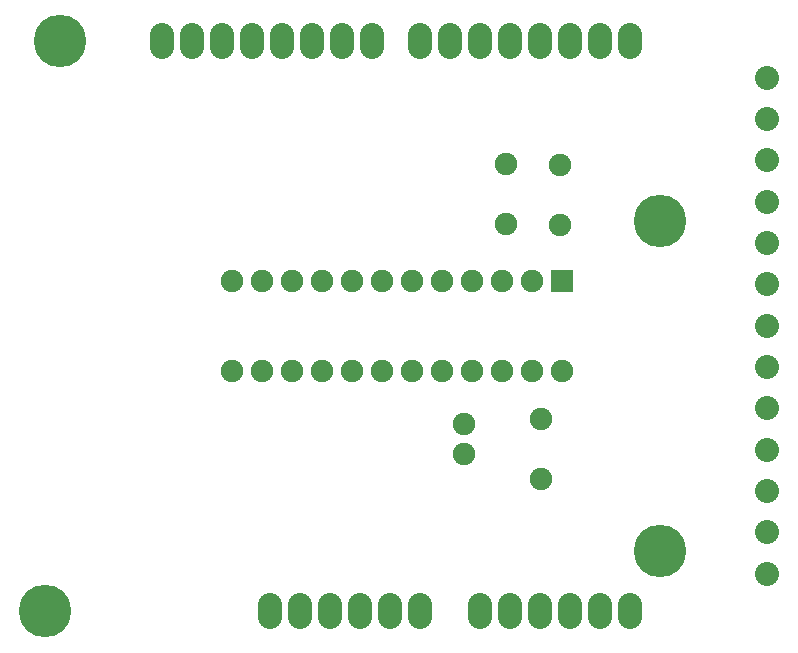
<source format=gbs>
G04 (created by PCBNEW-RS274X (2011-aug-04)-testing) date Fri 14 Sep 2012 05:32:11 PM PDT*
G01*
G70*
G90*
%MOIN*%
G04 Gerber Fmt 3.4, Leading zero omitted, Abs format*
%FSLAX34Y34*%
G04 APERTURE LIST*
%ADD10C,0.006000*%
%ADD11O,0.080000X0.120000*%
%ADD12C,0.175000*%
%ADD13R,0.075000X0.075000*%
%ADD14C,0.075000*%
%ADD15C,0.080000*%
G04 APERTURE END LIST*
G54D10*
G54D11*
X70237Y-51677D03*
X69237Y-51677D03*
X68237Y-51677D03*
X65237Y-51677D03*
X66237Y-51677D03*
X67237Y-51677D03*
X63237Y-51677D03*
X62237Y-51677D03*
X61237Y-51677D03*
X59237Y-51677D03*
X58237Y-51677D03*
X70237Y-32677D03*
X69237Y-32677D03*
X68237Y-32677D03*
X67237Y-32677D03*
X66237Y-32677D03*
X65237Y-32677D03*
X64237Y-32677D03*
X63237Y-32677D03*
X61637Y-32677D03*
X60637Y-32677D03*
X59637Y-32677D03*
X58637Y-32677D03*
X57637Y-32677D03*
X56637Y-32677D03*
X55637Y-32677D03*
X54637Y-32677D03*
X60237Y-51677D03*
G54D12*
X71237Y-49677D03*
X71237Y-38677D03*
X51237Y-32677D03*
X50737Y-51677D03*
G54D13*
X67951Y-40675D03*
G54D14*
X66951Y-40675D03*
X65951Y-40675D03*
X64951Y-40675D03*
X63951Y-40675D03*
X62951Y-40675D03*
X61951Y-40675D03*
X60951Y-40675D03*
X59951Y-40675D03*
X58951Y-40675D03*
X57951Y-40675D03*
X56951Y-40675D03*
X56951Y-43675D03*
X57951Y-43675D03*
X58951Y-43675D03*
X59951Y-43675D03*
X60951Y-43675D03*
X61951Y-43675D03*
X62951Y-43675D03*
X63951Y-43675D03*
X64951Y-43675D03*
X65951Y-43675D03*
X66951Y-43675D03*
X67951Y-43675D03*
G54D15*
X74804Y-50429D03*
X74803Y-49052D03*
X74802Y-47671D03*
X74803Y-46294D03*
X74803Y-44916D03*
X74803Y-43540D03*
X74803Y-42161D03*
X74802Y-40783D03*
X74802Y-39405D03*
X74802Y-38025D03*
X74801Y-35271D03*
X74802Y-36649D03*
X74802Y-33893D03*
G54D14*
X67264Y-45280D03*
X67264Y-47280D03*
X67894Y-38815D03*
X67894Y-36815D03*
X66083Y-38776D03*
X66083Y-36776D03*
X64685Y-45425D03*
X64685Y-46425D03*
M02*

</source>
